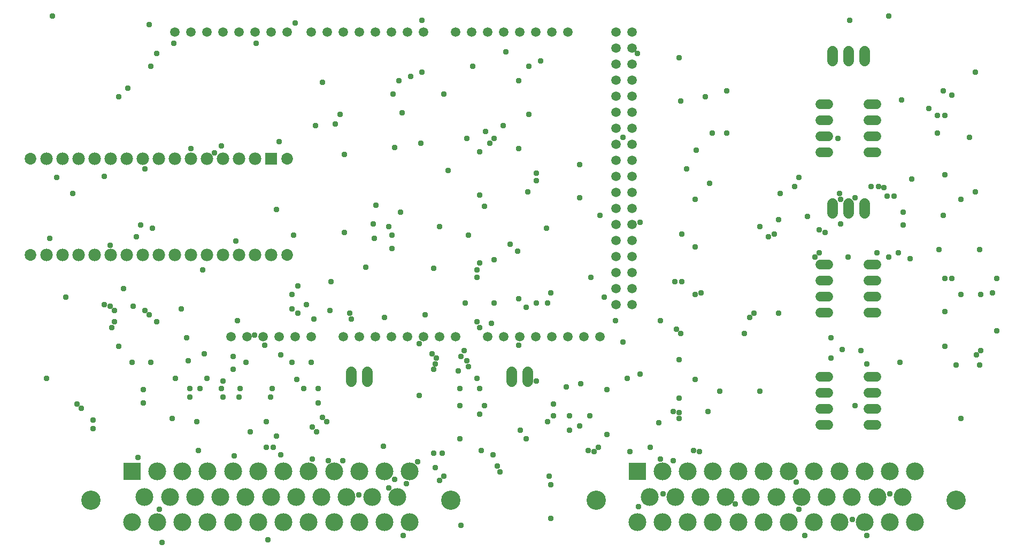
<source format=gbr>
G04 EAGLE Gerber X2 export*
%TF.Part,Single*%
%TF.FileFunction,Soldermask,Bot,1*%
%TF.FilePolarity,Negative*%
%TF.GenerationSoftware,Autodesk,EAGLE,9.1.3*%
%TF.CreationDate,2020-03-16T01:18:41Z*%
G75*
%MOMM*%
%FSLAX34Y34*%
%LPD*%
%AMOC8*
5,1,8,0,0,1.08239X$1,22.5*%
G01*
%ADD10C,1.727200*%
%ADD11C,1.524000*%
%ADD12C,1.511200*%
%ADD13R,1.981200X1.981200*%
%ADD14C,1.981200*%
%ADD15C,1.854200*%
%ADD16C,3.053200*%
%ADD17R,2.828200X2.828200*%
%ADD18C,2.828200*%
%ADD19C,0.959600*%


D10*
X1282700Y754380D02*
X1282700Y769620D01*
X1308100Y769620D02*
X1308100Y754380D01*
X1333500Y754380D02*
X1333500Y769620D01*
D11*
X1276604Y685800D02*
X1263396Y685800D01*
X1263396Y660400D02*
X1276604Y660400D01*
X1339596Y660400D02*
X1352804Y660400D01*
X1352804Y685800D02*
X1339596Y685800D01*
X1276604Y635000D02*
X1263396Y635000D01*
X1263396Y609600D02*
X1276604Y609600D01*
X1339596Y635000D02*
X1352804Y635000D01*
X1352804Y609600D02*
X1339596Y609600D01*
D10*
X774700Y261620D02*
X774700Y246380D01*
X800100Y246380D02*
X800100Y261620D01*
X520700Y261620D02*
X520700Y246380D01*
X546100Y246380D02*
X546100Y261620D01*
D12*
X241300Y800100D03*
X266700Y800100D03*
X292100Y800100D03*
X317500Y800100D03*
X342900Y800100D03*
X368300Y800100D03*
X393700Y800100D03*
X419100Y800100D03*
X457200Y800100D03*
X482600Y800100D03*
X508000Y800100D03*
X533400Y800100D03*
X558800Y800100D03*
X584200Y800100D03*
X609600Y800100D03*
X635000Y800100D03*
X685800Y800100D03*
X711200Y800100D03*
X736600Y800100D03*
X762000Y800100D03*
X787400Y800100D03*
X812800Y800100D03*
X838200Y800100D03*
X863600Y800100D03*
X939800Y800100D03*
X939800Y774700D03*
X939800Y749300D03*
X939800Y723900D03*
X939800Y698500D03*
X939800Y673100D03*
X939800Y647700D03*
X939800Y622300D03*
X939800Y596900D03*
X939800Y571500D03*
X939800Y546100D03*
X939800Y520700D03*
X939800Y495300D03*
X939800Y469900D03*
X939800Y444500D03*
X939800Y419100D03*
X939800Y393700D03*
X939800Y368300D03*
X965200Y368300D03*
X965200Y393700D03*
X965200Y419100D03*
X965200Y444500D03*
X965200Y469900D03*
X965200Y495300D03*
X965200Y520700D03*
X965200Y546100D03*
X965200Y571500D03*
X965200Y596900D03*
X965200Y622300D03*
X965200Y647700D03*
X965200Y673100D03*
X965200Y698500D03*
X965200Y723900D03*
X965200Y749300D03*
X965200Y774700D03*
X965200Y800100D03*
X914400Y317500D03*
X889000Y317500D03*
X863600Y317500D03*
X838200Y317500D03*
X812800Y317500D03*
X787400Y317500D03*
X762000Y317500D03*
X736600Y317500D03*
X685800Y317500D03*
X660400Y317500D03*
X635000Y317500D03*
X609600Y317500D03*
X584200Y317500D03*
X558800Y317500D03*
X533400Y317500D03*
X508000Y317500D03*
X457200Y317500D03*
X431800Y317500D03*
X406400Y317500D03*
X381000Y317500D03*
X355600Y317500D03*
X330200Y317500D03*
D10*
X1333500Y513080D02*
X1333500Y528320D01*
X1308100Y528320D02*
X1308100Y513080D01*
X1282700Y513080D02*
X1282700Y528320D01*
D13*
X393700Y599440D03*
D14*
X368300Y599440D03*
X342900Y599440D03*
X317500Y599440D03*
X292100Y599440D03*
X266700Y599440D03*
X241300Y599440D03*
X215900Y599440D03*
X190500Y599440D03*
X165100Y599440D03*
X139700Y599440D03*
X114300Y599440D03*
X88900Y599440D03*
X63500Y599440D03*
X38100Y599440D03*
X393700Y447040D03*
X368300Y447040D03*
X342900Y447040D03*
X317500Y447040D03*
X292100Y447040D03*
X266700Y447040D03*
X241300Y447040D03*
X215900Y447040D03*
X190500Y447040D03*
X165100Y447040D03*
X139700Y447040D03*
X114300Y447040D03*
X88900Y447040D03*
X63500Y447040D03*
X38100Y447040D03*
D15*
X12700Y599440D03*
X12700Y447040D03*
X419100Y447040D03*
X419100Y599440D03*
D11*
X1263396Y254000D02*
X1276604Y254000D01*
X1276604Y228600D02*
X1263396Y228600D01*
X1339596Y228600D02*
X1352804Y228600D01*
X1352804Y254000D02*
X1339596Y254000D01*
X1276604Y203200D02*
X1263396Y203200D01*
X1263396Y177800D02*
X1276604Y177800D01*
X1339596Y203200D02*
X1352804Y203200D01*
X1352804Y177800D02*
X1339596Y177800D01*
X1276604Y431800D02*
X1263396Y431800D01*
X1263396Y406400D02*
X1276604Y406400D01*
X1339596Y406400D02*
X1352804Y406400D01*
X1352804Y431800D02*
X1339596Y431800D01*
X1276604Y381000D02*
X1263396Y381000D01*
X1263396Y355600D02*
X1276604Y355600D01*
X1339596Y381000D02*
X1352804Y381000D01*
X1352804Y355600D02*
X1339596Y355600D01*
D16*
X108700Y58500D03*
D17*
X173700Y103500D03*
D18*
X213700Y103500D03*
X253700Y103500D03*
X293700Y103500D03*
X333700Y103500D03*
X373700Y103500D03*
X413700Y103500D03*
X453700Y103500D03*
X493700Y103500D03*
X533700Y103500D03*
X573700Y103500D03*
X613700Y103500D03*
X193700Y63500D03*
X233700Y63500D03*
X273700Y63500D03*
X313700Y63500D03*
X353700Y63500D03*
X393700Y63500D03*
X433700Y63500D03*
X473700Y63500D03*
X513700Y63500D03*
X553700Y63500D03*
X593700Y63500D03*
D16*
X678700Y58500D03*
D18*
X173700Y23500D03*
X213700Y23500D03*
X253700Y23500D03*
X293700Y23500D03*
X333700Y23500D03*
X373700Y23500D03*
X413700Y23500D03*
X453700Y23500D03*
X493700Y23500D03*
X533700Y23500D03*
X573700Y23500D03*
X613700Y23500D03*
D16*
X908800Y58500D03*
D17*
X973800Y103500D03*
D18*
X1013800Y103500D03*
X1053800Y103500D03*
X1093800Y103500D03*
X1133800Y103500D03*
X1173800Y103500D03*
X1213800Y103500D03*
X1253800Y103500D03*
X1293800Y103500D03*
X1333800Y103500D03*
X1373800Y103500D03*
X1413800Y103500D03*
X993800Y63500D03*
X1033800Y63500D03*
X1073800Y63500D03*
X1113800Y63500D03*
X1153800Y63500D03*
X1193800Y63500D03*
X1233800Y63500D03*
X1273800Y63500D03*
X1313800Y63500D03*
X1353800Y63500D03*
X1393800Y63500D03*
D16*
X1478800Y58500D03*
D18*
X973800Y23500D03*
X1013800Y23500D03*
X1053800Y23500D03*
X1093800Y23500D03*
X1133800Y23500D03*
X1173800Y23500D03*
X1213800Y23500D03*
X1253800Y23500D03*
X1293800Y23500D03*
X1333800Y23500D03*
X1373800Y23500D03*
X1413800Y23500D03*
D19*
X713232Y745236D03*
X802386Y745236D03*
X1067562Y612648D03*
X1051560Y582930D03*
X1088136Y560070D03*
X370332Y781812D03*
X630936Y624078D03*
X674370Y580644D03*
X731520Y523494D03*
X1065276Y384048D03*
X475488Y720090D03*
X587502Y701802D03*
X667512Y701802D03*
X802386Y669798D03*
X882396Y589788D03*
X1044702Y480060D03*
X1065276Y459486D03*
X747522Y630936D03*
X813816Y564642D03*
X882396Y537210D03*
X1044702Y404622D03*
X1074420Y386334D03*
X740664Y624078D03*
X813816Y370332D03*
X1040130Y281178D03*
X733806Y642366D03*
X813816Y576072D03*
X1065276Y534924D03*
X265176Y221742D03*
X265176Y235458D03*
X260604Y315468D03*
X285750Y422910D03*
X402336Y518922D03*
X596646Y722376D03*
X192024Y212598D03*
X192024Y233172D03*
X338328Y468630D03*
X429768Y477774D03*
X765810Y768096D03*
X86868Y210312D03*
X221742Y-9144D03*
X813816Y246888D03*
X315468Y235458D03*
X317754Y221742D03*
X1085850Y198882D03*
X724662Y434340D03*
X637794Y352044D03*
X368046Y320040D03*
X518922Y354330D03*
X345186Y235458D03*
X342900Y221742D03*
X317754Y246888D03*
X1010412Y123444D03*
X720090Y251460D03*
X656082Y283464D03*
X386334Y182880D03*
X153162Y301752D03*
X139446Y365760D03*
X573786Y347472D03*
X1168146Y230886D03*
X720090Y422910D03*
X176022Y365760D03*
X38862Y251460D03*
X68580Y379476D03*
X146304Y358902D03*
X194310Y358902D03*
X450342Y368046D03*
X521208Y345186D03*
X836676Y29718D03*
X836676Y82296D03*
X832104Y182880D03*
X731520Y208026D03*
X692658Y208026D03*
X692658Y235458D03*
X653796Y274320D03*
X427482Y361188D03*
X251460Y361188D03*
X212598Y765810D03*
X130302Y571500D03*
X1458468Y706374D03*
X1115568Y706374D03*
X1081278Y697230D03*
X950976Y633222D03*
X1511046Y288036D03*
X1460754Y301752D03*
X1291590Y630936D03*
X1392174Y692658D03*
X1472184Y699516D03*
X1040130Y758952D03*
X187452Y493776D03*
X1092708Y640080D03*
X1115568Y640080D03*
X1042416Y690372D03*
X406908Y626364D03*
X614934Y729234D03*
X468630Y212598D03*
X445770Y235458D03*
X724662Y541782D03*
X585216Y457200D03*
X486918Y358902D03*
X461772Y345186D03*
X1543050Y326898D03*
X1451610Y454914D03*
X1394460Y514350D03*
X1369314Y539496D03*
X1319022Y537210D03*
X112014Y171450D03*
X112014Y185166D03*
X242316Y251460D03*
X292608Y251460D03*
X434340Y249174D03*
X706374Y269748D03*
X786384Y304038D03*
X925830Y233172D03*
X866394Y169164D03*
X788670Y169164D03*
X1449324Y667512D03*
X1449324Y640080D03*
X217170Y43434D03*
X1515618Y454914D03*
X173736Y276606D03*
X203454Y276606D03*
X262890Y278892D03*
X333756Y265176D03*
X354330Y276606D03*
X333756Y285750D03*
X212598Y340614D03*
X146304Y340614D03*
X240030Y781812D03*
X203454Y745236D03*
X409194Y288036D03*
X457200Y276606D03*
X427482Y276606D03*
X205740Y489204D03*
X1405890Y441198D03*
X1515618Y272034D03*
X1517904Y294894D03*
X1479042Y272034D03*
X1065276Y249174D03*
X786384Y377190D03*
X832104Y370332D03*
X1394460Y493776D03*
X772668Y464058D03*
X784098Y452628D03*
X861822Y237744D03*
X720090Y340614D03*
X1435608Y678942D03*
X1517904Y384048D03*
X139446Y461772D03*
X93726Y203454D03*
X54864Y569214D03*
X80010Y544068D03*
X1040130Y187452D03*
X1040130Y219456D03*
X994410Y141732D03*
X912114Y141732D03*
X653796Y109728D03*
X580644Y77724D03*
X395478Y235458D03*
X393192Y221742D03*
X950976Y308610D03*
X742950Y338328D03*
X699516Y294894D03*
X468630Y235458D03*
X1104138Y230886D03*
X1010412Y342900D03*
X939546Y342900D03*
X797814Y363474D03*
X694944Y285750D03*
X628650Y224028D03*
X507492Y121158D03*
X484632Y121158D03*
X1040130Y196596D03*
X724662Y331470D03*
X482346Y182880D03*
X466344Y166878D03*
X361188Y166878D03*
X336042Y128016D03*
X1485900Y187452D03*
X1536192Y386334D03*
X432054Y813816D03*
X315468Y619506D03*
X304038Y608076D03*
X180594Y475488D03*
X160020Y393192D03*
X237744Y187452D03*
X1508760Y546354D03*
X1508760Y736092D03*
X1280160Y283464D03*
X608076Y84582D03*
X1337310Y2286D03*
X1239012Y2286D03*
X1143000Y322326D03*
X1042416Y322326D03*
X978408Y258318D03*
X884682Y242316D03*
X797814Y155448D03*
X692658Y155448D03*
X1460754Y667512D03*
X1355598Y555498D03*
X1271016Y482346D03*
X1197864Y354330D03*
X745236Y130302D03*
X896112Y137160D03*
X925830Y162306D03*
X1030986Y198882D03*
X1008126Y180594D03*
X962406Y134874D03*
X905256Y134874D03*
X756666Y102870D03*
X603504Y2286D03*
X1460754Y573786D03*
X1364742Y553212D03*
X1293876Y544068D03*
X1200150Y544068D03*
X182880Y125730D03*
X48006Y825246D03*
X1371600Y825246D03*
X1499616Y633222D03*
X1159002Y354330D03*
X1072134Y134874D03*
X976122Y48006D03*
X694944Y18288D03*
X388620Y-4572D03*
X1485900Y534924D03*
X1387602Y450342D03*
X1353312Y450342D03*
X1261872Y450342D03*
X397764Y141732D03*
X402336Y160020D03*
X384048Y304038D03*
X720090Y411480D03*
X921258Y379476D03*
X1033272Y404622D03*
X1168146Y491490D03*
X1181862Y475488D03*
X1035558Y329184D03*
X957834Y251460D03*
X898398Y192024D03*
X882396Y176022D03*
X651510Y132588D03*
X532638Y66294D03*
X1472184Y409194D03*
X1373886Y68580D03*
X1229868Y43434D03*
X667512Y96012D03*
X834390Y96012D03*
X1460754Y356616D03*
X1337310Y274320D03*
X1225296Y86868D03*
X660654Y89154D03*
X1129284Y52578D03*
X1458468Y509778D03*
X1344168Y555498D03*
X1261872Y486918D03*
X1543050Y409194D03*
X1460754Y409194D03*
X1485900Y384048D03*
X1314450Y27432D03*
X1280160Y315468D03*
X1298448Y297180D03*
X1152144Y347472D03*
X1062990Y137160D03*
X1223010Y555498D03*
X1296162Y534924D03*
X1296162Y496062D03*
X1371600Y443484D03*
X1389888Y276606D03*
X1229868Y569214D03*
X1197864Y502920D03*
X900684Y411480D03*
X866394Y192024D03*
X626364Y118872D03*
X589788Y91440D03*
X459486Y123444D03*
X386334Y141732D03*
X1243584Y507492D03*
X829818Y489204D03*
X475488Y189738D03*
X459486Y173736D03*
X276606Y182880D03*
X973836Y765810D03*
X820674Y754380D03*
X633222Y736092D03*
X496062Y653796D03*
X464058Y651510D03*
X267462Y614934D03*
X704088Y630936D03*
X724662Y610362D03*
X724662Y235458D03*
X724662Y194310D03*
X726948Y137160D03*
X752094Y112014D03*
X601218Y672084D03*
X555498Y496062D03*
X557784Y473202D03*
X489204Y404622D03*
X340614Y342900D03*
X288036Y290322D03*
X281178Y235458D03*
X278892Y137160D03*
X502920Y669798D03*
X560070Y525780D03*
X580644Y491490D03*
X628650Y306324D03*
X409194Y130302D03*
X130302Y368046D03*
X544068Y427482D03*
X436626Y397764D03*
X761238Y651510D03*
X509778Y482346D03*
X651510Y425196D03*
X747522Y438912D03*
X836676Y386334D03*
X841248Y210312D03*
X841248Y192024D03*
X598932Y514350D03*
X701802Y370332D03*
X747522Y370332D03*
X1030986Y121158D03*
X1014984Y68580D03*
X660654Y491490D03*
X649224Y290322D03*
X665226Y132588D03*
X706374Y477774D03*
X704088Y278892D03*
X690372Y262890D03*
X571500Y144018D03*
X427482Y384048D03*
X585216Y477774D03*
X1307592Y443484D03*
X1255014Y443484D03*
X1191006Y480060D03*
X978408Y498348D03*
X914400Y509778D03*
X800100Y546354D03*
X589788Y617220D03*
X509778Y605790D03*
X194310Y582930D03*
X43434Y473202D03*
X1380744Y539496D03*
X1408176Y566928D03*
X201168Y811530D03*
X1319022Y208026D03*
X166878Y710946D03*
X153162Y697230D03*
X633222Y818388D03*
X1309878Y818388D03*
X1328166Y294894D03*
X141732Y331470D03*
X201168Y352044D03*
X436626Y354330D03*
X651510Y265176D03*
X786384Y722376D03*
X786384Y614934D03*
M02*

</source>
